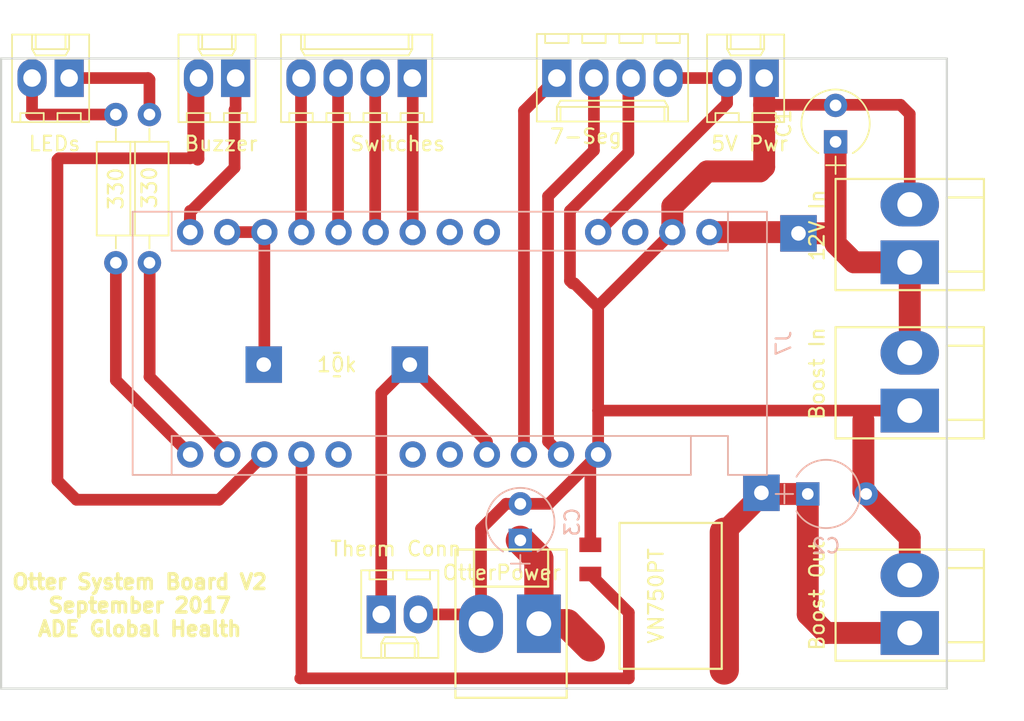
<source format=kicad_pcb>
(kicad_pcb (version 4) (host pcbnew 4.0.6)

  (general
    (links 40)
    (no_connects 7)
    (area 78.664999 82.2726 148.9824 131.80264)
    (thickness 1.6)
    (drawings 5)
    (tracks 121)
    (zones 0)
    (modules 20)
    (nets 20)
  )

  (page A4)
  (layers
    (0 F.Cu signal)
    (31 B.Cu signal)
    (32 B.Adhes user)
    (33 F.Adhes user)
    (34 B.Paste user)
    (35 F.Paste user)
    (36 B.SilkS user)
    (37 F.SilkS user)
    (38 B.Mask user)
    (39 F.Mask user)
    (40 Dwgs.User user)
    (41 Cmts.User user)
    (42 Eco1.User user)
    (43 Eco2.User user)
    (44 Edge.Cuts user)
    (45 Margin user)
    (46 B.CrtYd user)
    (47 F.CrtYd user)
    (48 B.Fab user)
    (49 F.Fab user)
  )

  (setup
    (last_trace_width 0.8)
    (user_trace_width 0.8)
    (user_trace_width 1.5)
    (user_trace_width 2)
    (trace_clearance 0.1524)
    (zone_clearance 0.508)
    (zone_45_only no)
    (trace_min 0.1524)
    (segment_width 0.2)
    (edge_width 0.15)
    (via_size 0.6)
    (via_drill 0.4)
    (via_min_size 0.4)
    (via_min_drill 0.3)
    (uvia_size 0.3)
    (uvia_drill 0.1)
    (uvias_allowed no)
    (uvia_min_size 0.2)
    (uvia_min_drill 0.1)
    (pcb_text_width 0.3)
    (pcb_text_size 1.5 1.5)
    (mod_edge_width 0.15)
    (mod_text_size 1 1)
    (mod_text_width 0.15)
    (pad_size 1.8 1.8)
    (pad_drill 1)
    (pad_to_mask_clearance 0.2)
    (aux_axis_origin 0 0)
    (grid_origin 125.73 116.84)
    (visible_elements 7FFFF7FF)
    (pcbplotparams
      (layerselection 0x010f0_80000001)
      (usegerberextensions true)
      (excludeedgelayer true)
      (linewidth 0.100000)
      (plotframeref false)
      (viasonmask false)
      (mode 1)
      (useauxorigin false)
      (hpglpennumber 1)
      (hpglpenspeed 20)
      (hpglpendiameter 15)
      (hpglpenoverlay 2)
      (psnegative false)
      (psa4output false)
      (plotreference true)
      (plotvalue true)
      (plotinvisibletext false)
      (padsonsilk false)
      (subtractmaskfromsilk false)
      (outputformat 1)
      (mirror false)
      (drillshape 0)
      (scaleselection 1)
      (outputdirectory OtterSystemBoard_CompactFiles/gerber/))
  )

  (net 0 "")
  (net 1 GND)
  (net 2 "Net-(J7-PadA1)")
  (net 3 "Net-(J4-Pad1)")
  (net 4 "Net-(J4-Pad2)")
  (net 5 "Net-(J7-PadA3)")
  (net 6 +24V)
  (net 7 "Net-(J6-Pad1)")
  (net 8 "Net-(J7-PadA0)")
  (net 9 "Net-(J10-Pad1)")
  (net 10 "Net-(J7-PadA2)")
  (net 11 "Net-(J10-Pad2)")
  (net 12 "Net-(J7-PadD11)")
  (net 13 "Net-(J7-PadD12)")
  (net 14 "Net-(J7-Pad3.3V)")
  (net 15 +5V)
  (net 16 "Net-(J7-PadD4)")
  (net 17 "Net-(J7-PadA5)")
  (net 18 "Net-(C1-Pad1)")
  (net 19 +12V)

  (net_class Default "This is the default net class."
    (clearance 0.1524)
    (trace_width 0.1524)
    (via_dia 0.6)
    (via_drill 0.4)
    (uvia_dia 0.3)
    (uvia_drill 0.1)
    (add_net +12V)
    (add_net +24V)
    (add_net +5V)
    (add_net GND)
    (add_net "Net-(C1-Pad1)")
    (add_net "Net-(J10-Pad1)")
    (add_net "Net-(J10-Pad2)")
    (add_net "Net-(J4-Pad1)")
    (add_net "Net-(J4-Pad2)")
    (add_net "Net-(J6-Pad1)")
    (add_net "Net-(J7-Pad3.3V)")
    (add_net "Net-(J7-PadA0)")
    (add_net "Net-(J7-PadA1)")
    (add_net "Net-(J7-PadA2)")
    (add_net "Net-(J7-PadA3)")
    (add_net "Net-(J7-PadA5)")
    (add_net "Net-(J7-PadD11)")
    (add_net "Net-(J7-PadD12)")
    (add_net "Net-(J7-PadD4)")
  )

  (net_class +12V ""
    (clearance 0)
    (trace_width 1.5)
    (via_dia 0.6)
    (via_drill 0.4)
    (uvia_dia 0.3)
    (uvia_drill 0.1)
  )

  (net_class +24V ""
    (clearance 0)
    (trace_width 1.5)
    (via_dia 0.6)
    (via_drill 0.4)
    (uvia_dia 0.3)
    (uvia_drill 0.1)
  )

  (module Modules:Arduino_Nano (layer B.Cu) (tedit 59C55B30) (tstamp 59931A9B)
    (at 127.25 113.5 90)
    (descr "Arduino Nano, http://www.mouser.com/pdfdocs/Gravitech_Arduino_Nano3_0.pdf")
    (tags "Arduino Nano")
    (path /5991E2A5)
    (fp_text reference J7 (at 7.62 5.08 90) (layer B.SilkS)
      (effects (font (size 1 1) (thickness 0.15)) (justify mirror))
    )
    (fp_text value "Arduino Micro" (at 8.89 -19.05 360) (layer B.Fab)
      (effects (font (size 1 1) (thickness 0.15)) (justify mirror))
    )
    (fp_text user %R (at 6.35 -19.05 360) (layer B.Fab)
      (effects (font (size 1 1) (thickness 0.15)) (justify mirror))
    )
    (fp_line (start 1.27 -1.27) (end 1.27 1.27) (layer B.SilkS) (width 0.12))
    (fp_line (start 1.27 1.27) (end -1.4 1.27) (layer B.SilkS) (width 0.12))
    (fp_line (start -1.4 -1.27) (end -1.4 -39.5) (layer B.SilkS) (width 0.12))
    (fp_line (start -1.4 3.94) (end -1.4 1.27) (layer B.SilkS) (width 0.12))
    (fp_line (start 13.97 1.27) (end 16.64 1.27) (layer B.SilkS) (width 0.12))
    (fp_line (start 13.97 1.27) (end 13.97 -36.83) (layer B.SilkS) (width 0.12))
    (fp_line (start 13.97 -36.83) (end 16.64 -36.83) (layer B.SilkS) (width 0.12))
    (fp_line (start 1.27 -1.27) (end -1.4 -1.27) (layer B.SilkS) (width 0.12))
    (fp_line (start 1.27 -1.27) (end 1.27 -36.83) (layer B.SilkS) (width 0.12))
    (fp_line (start 1.27 -36.83) (end -1.4 -36.83) (layer B.SilkS) (width 0.12))
    (fp_line (start 3.81 -31.75) (end 11.43 -31.75) (layer B.Fab) (width 0.1))
    (fp_line (start 11.43 -31.75) (end 11.43 -41.91) (layer B.Fab) (width 0.1))
    (fp_line (start 11.43 -41.91) (end 3.81 -41.91) (layer B.Fab) (width 0.1))
    (fp_line (start 3.81 -41.91) (end 3.81 -31.75) (layer B.Fab) (width 0.1))
    (fp_line (start -1.4 -39.5) (end 16.64 -39.5) (layer B.SilkS) (width 0.12))
    (fp_line (start 16.64 -39.5) (end 16.64 3.94) (layer B.SilkS) (width 0.12))
    (fp_line (start 16.64 3.94) (end -1.4 3.94) (layer B.SilkS) (width 0.12))
    (fp_line (start 16.51 -39.37) (end -1.27 -39.37) (layer B.Fab) (width 0.1))
    (fp_line (start -1.27 -39.37) (end -1.27 2.54) (layer B.Fab) (width 0.1))
    (fp_line (start -1.27 2.54) (end 0 3.81) (layer B.Fab) (width 0.1))
    (fp_line (start 0 3.81) (end 16.51 3.81) (layer B.Fab) (width 0.1))
    (fp_line (start 16.51 3.81) (end 16.51 -39.37) (layer B.Fab) (width 0.1))
    (fp_line (start -1.53 4.06) (end 16.75 4.06) (layer B.CrtYd) (width 0.05))
    (fp_line (start -1.53 4.06) (end -1.53 -42.16) (layer B.CrtYd) (width 0.05))
    (fp_line (start 16.75 -42.16) (end 16.75 4.06) (layer B.CrtYd) (width 0.05))
    (fp_line (start 16.75 -42.16) (end -1.53 -42.16) (layer B.CrtYd) (width 0.05))
    (pad 3.3V thru_hole oval (at 15.24 -33.02 90) (size 1.8 1.8) (drill 1) (layers *.Cu *.Mask)
      (net 14 "Net-(J7-Pad3.3V)"))
    (pad AREF thru_hole oval (at 15.24 -30.48 90) (size 1.8 1.8) (drill 1) (layers *.Cu *.Mask)
      (net 14 "Net-(J7-Pad3.3V)"))
    (pad A0 thru_hole oval (at 15.24 -27.94 90) (size 1.8 1.8) (drill 1) (layers *.Cu *.Mask)
      (net 8 "Net-(J7-PadA0)"))
    (pad GND thru_hole oval (at 0 -7.62 90) (size 1.8 1.8) (drill 1) (layers *.Cu *.Mask)
      (net 1 GND))
    (pad A1 thru_hole oval (at 15.24 -25.4 90) (size 1.8 1.8) (drill 1) (layers *.Cu *.Mask)
      (net 2 "Net-(J7-PadA1)"))
    (pad SDA thru_hole oval (at 0 -10.16 90) (size 1.8 1.8) (drill 1) (layers *.Cu *.Mask)
      (net 9 "Net-(J10-Pad1)"))
    (pad A2 thru_hole oval (at 15.24 -22.86 90) (size 1.8 1.8) (drill 1) (layers *.Cu *.Mask)
      (net 10 "Net-(J7-PadA2)"))
    (pad SCL thru_hole oval (at 0 -12.7 90) (size 1.8 1.8) (drill 1) (layers *.Cu *.Mask)
      (net 11 "Net-(J10-Pad2)"))
    (pad A3 thru_hole oval (at 15.24 -20.32 90) (size 1.8 1.8) (drill 1) (layers *.Cu *.Mask)
      (net 5 "Net-(J7-PadA3)"))
    (pad D4 thru_hole oval (at 0 -15.24 90) (size 1.8 1.8) (drill 1) (layers *.Cu *.Mask)
      (net 7 "Net-(J6-Pad1)"))
    (pad A4 thru_hole oval (at 15.24 -17.78 90) (size 1.8 1.8) (drill 1) (layers *.Cu *.Mask)
      (net 7 "Net-(J6-Pad1)"))
    (pad D5 thru_hole oval (at 0 -17.78 90) (size 1.8 1.8) (drill 1) (layers *.Cu *.Mask))
    (pad A5 thru_hole oval (at 15.24 -15.24 90) (size 1.8 1.8) (drill 1) (layers *.Cu *.Mask)
      (net 17 "Net-(J7-PadA5)"))
    (pad D6 thru_hole oval (at 0 -20.32 90) (size 1.8 1.8) (drill 1) (layers *.Cu *.Mask))
    (pad D8 thru_hole oval (at 0 -25.4 90) (size 1.8 1.8) (drill 1) (layers *.Cu *.Mask))
    (pad 5v thru_hole oval (at 15.24 -7.62 90) (size 1.8 1.8) (drill 1) (layers *.Cu *.Mask))
    (pad D9 thru_hole oval (at 0 -27.94 90) (size 1.8 1.8) (drill 1) (layers *.Cu *.Mask)
      (net 18 "Net-(C1-Pad1)"))
    (pad RS thru_hole oval (at 15.24 -5.08 90) (size 1.8 1.8) (drill 1) (layers *.Cu *.Mask))
    (pad D10 thru_hole oval (at 0 -30.48 90) (size 1.8 1.8) (drill 1) (layers *.Cu *.Mask))
    (pad GND thru_hole oval (at 15.24 -2.54 90) (size 1.8 1.8) (drill 1) (layers *.Cu *.Mask)
      (net 1 GND))
    (pad D11 thru_hole oval (at 0 -33.02 90) (size 1.8 1.8) (drill 1) (layers *.Cu *.Mask)
      (net 12 "Net-(J7-PadD11)"))
    (pad Vin thru_hole oval (at 15.24 0 90) (size 1.8 1.8) (drill 1) (layers *.Cu *.Mask)
      (net 19 +12V))
    (pad D12 thru_hole oval (at 0 -35.56 90) (size 1.8 1.8) (drill 1) (layers *.Cu *.Mask)
      (net 13 "Net-(J7-PadD12)"))
    (pad D13 thru_hole oval (at 15.24 -35.56 90) (size 1.8 1.8) (drill 1) (layers *.Cu *.Mask))
  )

  (module Resistors_Universal:Resistor_SMD+THTuniversal_0805to1206_RM10_HandSoldering (layer F.Cu) (tedit 59C55E91) (tstamp 59A2C914)
    (at 130.81 111.125 90)
    (descr "Resistor, SMD and THT, universal, 0805 to 1206,RM10,  Hand soldering,")
    (tags "Resistor, SMD and THT, universal, 0805 to 1206, RM10, Hand soldering,")
    (path /5991FC7B)
    (fp_text reference "" (at -5 -2 90) (layer F.SilkS)
      (effects (font (size 1 1) (thickness 0.15)))
    )
    (fp_text value "" (at -0.39878 2.70116 90) (layer F.Fab)
      (effects (font (size 1 1) (thickness 0.15)))
    )
    (pad 1 thru_hole rect (at -5.00126 0 270) (size 2.5 2.5) (drill 1.00076) (layers *.Cu *.Mask)
      (net 6 +24V))
  )

  (module Resistors_Universal:Resistor_SMD+THTuniversal_0805to1206_RM10_HandSoldering (layer F.Cu) (tedit 59C55EA6) (tstamp 59A2C8B8)
    (at 133.35 93.345 90)
    (descr "Resistor, SMD and THT, universal, 0805 to 1206,RM10,  Hand soldering,")
    (tags "Resistor, SMD and THT, universal, 0805 to 1206, RM10, Hand soldering,")
    (path /5991FC7B)
    (fp_text reference "" (at -5 -2 90) (layer F.SilkS)
      (effects (font (size 1 1) (thickness 0.15)))
    )
    (fp_text value 50k (at -0.39878 2.70116 90) (layer F.Fab)
      (effects (font (size 1 1) (thickness 0.15)))
    )
    (pad 1 thru_hole rect (at -5.00126 0 270) (size 2.5 2.5) (drill 1.00076) (layers *.Cu *.Mask)
      (net 19 +12V))
  )

  (module Capacitors_THT:CP_Radial_Tantal_D4.5mm_P2.50mm (layer B.Cu) (tedit 59C54FAA) (tstamp 59931939)
    (at 133.985 116.205)
    (descr "CP, Radial_Tantal series, Radial, pin pitch=2.50mm, , diameter=4.5mm, Tantal Electrolytic Capacitor, http://cdn-reichelt.de/documents/datenblatt/B300/TANTAL-TB-Serie%23.pdf")
    (tags "CP Radial_Tantal series Radial pin pitch 2.50mm  diameter 4.5mm Tantal Electrolytic Capacitor")
    (path /5993144A)
    (fp_text reference C2 (at 1.25 3.56) (layer B.SilkS)
      (effects (font (size 1 1) (thickness 0.15)) (justify mirror))
    )
    (fp_text value CP1 (at 1.25 -3.56) (layer B.Fab)
      (effects (font (size 1 1) (thickness 0.15)) (justify mirror))
    )
    (fp_arc (start 1.25 0) (end -0.770693 1.18) (angle -119.4) (layer B.SilkS) (width 0.12))
    (fp_arc (start 1.25 0) (end -0.770693 -1.18) (angle 119.4) (layer B.SilkS) (width 0.12))
    (fp_arc (start 1.25 0) (end 3.270693 1.18) (angle -60.6) (layer B.SilkS) (width 0.12))
    (fp_circle (center 1.25 0) (end 3.5 0) (layer B.Fab) (width 0.1))
    (fp_line (start -2.2 0) (end -1 0) (layer B.Fab) (width 0.1))
    (fp_line (start -1.6 0.65) (end -1.6 -0.65) (layer B.Fab) (width 0.1))
    (fp_line (start -2.2 0) (end -1 0) (layer B.SilkS) (width 0.12))
    (fp_line (start -1.6 0.65) (end -1.6 -0.65) (layer B.SilkS) (width 0.12))
    (fp_line (start -1.35 2.6) (end -1.35 -2.6) (layer B.CrtYd) (width 0.05))
    (fp_line (start -1.35 -2.6) (end 3.85 -2.6) (layer B.CrtYd) (width 0.05))
    (fp_line (start 3.85 -2.6) (end 3.85 2.6) (layer B.CrtYd) (width 0.05))
    (fp_line (start 3.85 2.6) (end -1.35 2.6) (layer B.CrtYd) (width 0.05))
    (fp_text user %R (at 1.905 0) (layer B.Fab)
      (effects (font (size 1 1) (thickness 0.15)) (justify mirror))
    )
    (pad 1 thru_hole rect (at 0 0) (size 1.6 1.6) (drill 0.8) (layers *.Cu *.Mask)
      (net 6 +24V))
    (pad 2 thru_hole circle (at 4 0) (size 1.6 1.6) (drill 0.8) (layers *.Cu *.Mask)
      (net 1 GND))
    (model ${KISYS3DMOD}/Capacitors_THT.3dshapes/CP_Radial_Tantal_D4.5mm_P2.50mm.wrl
      (at (xyz 0 0 0))
      (scale (xyz 1 1 1))
      (rotate (xyz 0 0 0))
    )
  )

  (module MyFootprints:VN750PT (layer F.Cu) (tedit 59C55EE1) (tstamp 59931AE3)
    (at 125.095 123.19 270)
    (path /5991F16C)
    (fp_text reference VN750PT (at 0 1.5 270) (layer F.SilkS)
      (effects (font (size 1 1) (thickness 0.15)))
    )
    (fp_text value VN750PT (at 0 -0.54 270) (layer F.Fab)
      (effects (font (size 1 1) (thickness 0.15)))
    )
    (fp_line (start 5 4) (end 5 -3) (layer F.SilkS) (width 0.15))
    (fp_line (start 5 -3) (end -5 -3) (layer F.SilkS) (width 0.15))
    (fp_line (start -5 -3) (end -5 4) (layer F.SilkS) (width 0.15))
    (fp_line (start -5 4) (end 5 4) (layer F.SilkS) (width 0.15))
    (pad Vcc smd rect (at 0 -3 270) (size 10 1.25) (layers F.Cu F.Paste F.Mask)
      (net 6 +24V))
    (pad GND smd rect (at -3.5 6 270) (size 1 1.5) (layers F.Cu F.Paste F.Mask)
      (net 1 GND))
    (pad Inpu smd rect (at -1.5 6 270) (size 1 1.5) (layers F.Cu F.Paste F.Mask)
      (net 18 "Net-(C1-Pad1)"))
    (pad Vout smd rect (at 3.5 6 270) (size 1 1.5) (layers F.Cu F.Paste F.Mask)
      (net 6 +24V))
  )

  (module Resistors_Universal:Resistor_SMD+THTuniversal_0805to1206_RM10_HandSoldering (layer F.Cu) (tedit 59C5600E) (tstamp 59931B19)
    (at 101.73 107.34 180)
    (descr "Resistor, SMD and THT, universal, 0805 to 1206,RM10,  Hand soldering,")
    (tags "Resistor, SMD and THT, universal, 0805 to 1206, RM10, Hand soldering,")
    (path /5991FC7B)
    (fp_text reference 10k (at 0 0 180) (layer F.SilkS)
      (effects (font (size 1 1) (thickness 0.15)))
    )
    (fp_text value "" (at 0.85 1.89 180) (layer F.Fab)
      (effects (font (size 1 1) (thickness 0.15)))
    )
    (fp_line (start 0 0.8001) (end 0.20066 0.8001) (layer F.SilkS) (width 0.15))
    (fp_line (start 0 0.8001) (end -0.20066 0.8001) (layer F.SilkS) (width 0.15))
    (fp_line (start -0.09906 -0.8001) (end -0.20066 -0.8001) (layer F.SilkS) (width 0.15))
    (fp_line (start -0.20066 -0.8001) (end 0.20066 -0.8001) (layer F.SilkS) (width 0.15))
    (pad 1 thru_hole rect (at -5.00126 0) (size 2.5 2.5) (drill 1.00076) (layers *.Cu *.Mask)
      (net 7 "Net-(J6-Pad1)"))
    (pad 2 thru_hole rect (at 5.00126 0) (size 2.5 2.5) (drill 1.00076) (layers *.Cu *.Mask)
      (net 14 "Net-(J7-Pad3.3V)"))
  )

  (module Connectors_Molex:Molex_KK-41791-02_02x3.96mm_Straight (layer F.Cu) (tedit 59C55E8C) (tstamp 59931A1D)
    (at 140.97 125.73 90)
    (descr "Connector Headers with Friction Lock, 26-60-4020, http://www.molex.com/pdm_docs/sd/026604020_sd.pdf")
    (tags "connector molex kk_41791 26-60-4020")
    (path /59920050)
    (fp_text reference "Boost Out" (at 2.54 -6.35 90) (layer F.SilkS)
      (effects (font (size 1 1) (thickness 0.15)))
    )
    (fp_text value "Boost-Converter Output" (at 3.175 6.985 90) (layer F.Fab)
      (effects (font (size 1 1) (thickness 0.15)))
    )
    (fp_line (start -2.5 -5.75) (end 6.25 -5.75) (layer F.CrtYd) (width 0.05))
    (fp_line (start 6.25 -5.75) (end 6.25 5.75) (layer F.CrtYd) (width 0.05))
    (fp_line (start 6.25 5.75) (end -2.5 5.75) (layer F.CrtYd) (width 0.05))
    (fp_line (start -2.5 5.75) (end -2.5 -5.75) (layer F.CrtYd) (width 0.05))
    (fp_text user %R (at 1.905 0 90) (layer F.Fab)
      (effects (font (size 1 1) (thickness 0.15)))
    )
    (fp_line (start -2.032 -5.207) (end 5.842 -5.207) (layer F.Fab) (width 0.15))
    (fp_line (start 5.842 -5.207) (end 5.842 5.207) (layer F.Fab) (width 0.15))
    (fp_line (start 5.842 5.207) (end -2.032 5.207) (layer F.Fab) (width 0.15))
    (fp_line (start -2.032 5.207) (end -2.032 -5.207) (layer F.Fab) (width 0.15))
    (fp_line (start -0.635 5.08) (end -0.635 2.54) (layer F.SilkS) (width 0.15))
    (fp_line (start -0.635 2.54) (end 4.445 2.54) (layer F.SilkS) (width 0.15))
    (fp_line (start 4.445 2.54) (end 4.445 5.08) (layer F.SilkS) (width 0.15))
    (fp_line (start 5.715 5.08) (end -1.905 5.08) (layer F.SilkS) (width 0.15))
    (fp_line (start -1.905 5.08) (end -1.905 -5.08) (layer F.SilkS) (width 0.15))
    (fp_line (start -1.905 -5.08) (end 5.715 -5.08) (layer F.SilkS) (width 0.15))
    (fp_line (start 5.715 -5.08) (end 5.715 5.08) (layer F.SilkS) (width 0.15))
    (pad 1 thru_hole rect (at 0 0 90) (size 3 4) (drill 1.7) (layers *.Cu *.Mask)
      (net 6 +24V))
    (pad 2 thru_hole oval (at 3.9624 0 90) (size 3 4) (drill 1.7) (layers *.Cu *.Mask)
      (net 1 GND))
  )

  (module Connectors_Molex:Molex_KK-41791-02_02x3.96mm_Straight (layer F.Cu) (tedit 59C55F11) (tstamp 59931A33)
    (at 115.57 125.095 180)
    (descr "Connector Headers with Friction Lock, 26-60-4020, http://www.molex.com/pdm_docs/sd/026604020_sd.pdf")
    (tags "connector molex kk_41791 26-60-4020")
    (path /59920556)
    (fp_text reference OtterPower (at 2.54 3.5 180) (layer F.SilkS)
      (effects (font (size 1 1) (thickness 0.15)))
    )
    (fp_text value OtterPower (at 3.175 6.985 180) (layer F.Fab)
      (effects (font (size 1 1) (thickness 0.15)))
    )
    (fp_line (start -2.5 -5.75) (end 6.25 -5.75) (layer F.CrtYd) (width 0.05))
    (fp_line (start 6.25 -5.75) (end 6.25 5.75) (layer F.CrtYd) (width 0.05))
    (fp_line (start 6.25 5.75) (end -2.5 5.75) (layer F.CrtYd) (width 0.05))
    (fp_line (start -2.5 5.75) (end -2.5 -5.75) (layer F.CrtYd) (width 0.05))
    (fp_text user %R (at 1.905 0 180) (layer F.Fab)
      (effects (font (size 1 1) (thickness 0.15)))
    )
    (fp_line (start -2.032 -5.207) (end 5.842 -5.207) (layer F.Fab) (width 0.15))
    (fp_line (start 5.842 -5.207) (end 5.842 5.207) (layer F.Fab) (width 0.15))
    (fp_line (start 5.842 5.207) (end -2.032 5.207) (layer F.Fab) (width 0.15))
    (fp_line (start -2.032 5.207) (end -2.032 -5.207) (layer F.Fab) (width 0.15))
    (fp_line (start -0.635 5.08) (end -0.635 2.54) (layer F.SilkS) (width 0.15))
    (fp_line (start -0.635 2.54) (end 4.445 2.54) (layer F.SilkS) (width 0.15))
    (fp_line (start 4.445 2.54) (end 4.445 5.08) (layer F.SilkS) (width 0.15))
    (fp_line (start 5.715 5.08) (end -1.905 5.08) (layer F.SilkS) (width 0.15))
    (fp_line (start -1.905 5.08) (end -1.905 -5.08) (layer F.SilkS) (width 0.15))
    (fp_line (start -1.905 -5.08) (end 5.715 -5.08) (layer F.SilkS) (width 0.15))
    (fp_line (start 5.715 -5.08) (end 5.715 5.08) (layer F.SilkS) (width 0.15))
    (pad 1 thru_hole rect (at 0 0 180) (size 3 4) (drill 1.7) (layers *.Cu *.Mask)
      (net 6 +24V))
    (pad 2 thru_hole oval (at 3.9624 0 180) (size 3 4) (drill 1.7) (layers *.Cu *.Mask)
      (net 1 GND))
  )

  (module Capacitors_THT:CP_Radial_Tantal_D4.5mm_P2.50mm (layer B.Cu) (tedit 59972632) (tstamp 59931A07)
    (at 114.3 119.38 90)
    (descr "CP, Radial_Tantal series, Radial, pin pitch=2.50mm, , diameter=4.5mm, Tantal Electrolytic Capacitor, http://cdn-reichelt.de/documents/datenblatt/B300/TANTAL-TB-Serie%23.pdf")
    (tags "CP Radial_Tantal series Radial pin pitch 2.50mm  diameter 4.5mm Tantal Electrolytic Capacitor")
    (path /5993157A)
    (fp_text reference C3 (at 1.25 3.56 90) (layer B.SilkS)
      (effects (font (size 1 1) (thickness 0.15)) (justify mirror))
    )
    (fp_text value CP1 (at 1.25 -3.56 90) (layer B.Fab)
      (effects (font (size 1 1) (thickness 0.15)) (justify mirror))
    )
    (fp_arc (start 1.25 0) (end -0.770693 1.18) (angle -119.4) (layer B.SilkS) (width 0.12))
    (fp_arc (start 1.25 0) (end -0.770693 -1.18) (angle 119.4) (layer B.SilkS) (width 0.12))
    (fp_arc (start 1.25 0) (end 3.270693 1.18) (angle -60.6) (layer B.SilkS) (width 0.12))
    (fp_circle (center 1.25 0) (end 3.5 0) (layer B.Fab) (width 0.1))
    (fp_line (start -2.2 0) (end -1 0) (layer B.Fab) (width 0.1))
    (fp_line (start -1.6 0.65) (end -1.6 -0.65) (layer B.Fab) (width 0.1))
    (fp_line (start -2.2 0) (end -1 0) (layer B.SilkS) (width 0.12))
    (fp_line (start -1.6 0.65) (end -1.6 -0.65) (layer B.SilkS) (width 0.12))
    (fp_line (start -1.35 2.6) (end -1.35 -2.6) (layer B.CrtYd) (width 0.05))
    (fp_line (start -1.35 -2.6) (end 3.85 -2.6) (layer B.CrtYd) (width 0.05))
    (fp_line (start 3.85 -2.6) (end 3.85 2.6) (layer B.CrtYd) (width 0.05))
    (fp_line (start 3.85 2.6) (end -1.35 2.6) (layer B.CrtYd) (width 0.05))
    (fp_text user %R (at 1.25 0 90) (layer B.Fab)
      (effects (font (size 1 1) (thickness 0.15)) (justify mirror))
    )
    (pad + thru_hole rect (at 0 0 90) (size 1.6 1.6) (drill 0.8) (layers *.Cu *.Mask)
      (net 6 +24V))
    (pad 2 thru_hole circle (at 2.5 0 90) (size 1.6 1.6) (drill 0.8) (layers *.Cu *.Mask)
      (net 1 GND))
    (model ${KISYS3DMOD}/Capacitors_THT.3dshapes/CP_Radial_Tantal_D4.5mm_P2.50mm.wrl
      (at (xyz 0 0 0))
      (scale (xyz 1 1 1))
      (rotate (xyz 0 0 0))
    )
  )

  (module Connectors_Molex:Molex_KK-6410-02_02x2.54mm_Straight (layer F.Cu) (tedit 59C55D48) (tstamp 599346AB)
    (at 131 87.7 180)
    (descr "Connector Headers with Friction Lock, 22-27-2021, http://www.molex.com/pdm_docs/sd/022272021_sd.pdf")
    (tags "connector molex kk_6410 22-27-2021")
    (path /59936CE5)
    (fp_text reference "5V Pwr" (at 1 -4.5 180) (layer F.SilkS)
      (effects (font (size 1 1) (thickness 0.15)))
    )
    (fp_text value "GND 5V Connector" (at 1.27 4.5 180) (layer F.Fab)
      (effects (font (size 1 1) (thickness 0.15)))
    )
    (fp_line (start -1.47 -3.12) (end -1.47 3.08) (layer F.Fab) (width 0.12))
    (fp_line (start -1.47 3.08) (end 4.01 3.08) (layer F.Fab) (width 0.12))
    (fp_line (start 4.01 3.08) (end 4.01 -3.12) (layer F.Fab) (width 0.12))
    (fp_line (start 4.01 -3.12) (end -1.47 -3.12) (layer F.Fab) (width 0.12))
    (fp_line (start -1.37 -3.02) (end -1.37 2.98) (layer F.SilkS) (width 0.12))
    (fp_line (start -1.37 2.98) (end 3.91 2.98) (layer F.SilkS) (width 0.12))
    (fp_line (start 3.91 2.98) (end 3.91 -3.02) (layer F.SilkS) (width 0.12))
    (fp_line (start 3.91 -3.02) (end -1.37 -3.02) (layer F.SilkS) (width 0.12))
    (fp_line (start 0 2.98) (end 0 1.98) (layer F.SilkS) (width 0.12))
    (fp_line (start 0 1.98) (end 2.54 1.98) (layer F.SilkS) (width 0.12))
    (fp_line (start 2.54 1.98) (end 2.54 2.98) (layer F.SilkS) (width 0.12))
    (fp_line (start 0 1.98) (end 0.25 1.55) (layer F.SilkS) (width 0.12))
    (fp_line (start 0.25 1.55) (end 2.29 1.55) (layer F.SilkS) (width 0.12))
    (fp_line (start 2.29 1.55) (end 2.54 1.98) (layer F.SilkS) (width 0.12))
    (fp_line (start 0.25 2.98) (end 0.25 1.98) (layer F.SilkS) (width 0.12))
    (fp_line (start 2.29 2.98) (end 2.29 1.98) (layer F.SilkS) (width 0.12))
    (fp_line (start -0.8 -3.02) (end -0.8 -2.4) (layer F.SilkS) (width 0.12))
    (fp_line (start -0.8 -2.4) (end 0.8 -2.4) (layer F.SilkS) (width 0.12))
    (fp_line (start 0.8 -2.4) (end 0.8 -3.02) (layer F.SilkS) (width 0.12))
    (fp_line (start 1.74 -3.02) (end 1.74 -2.4) (layer F.SilkS) (width 0.12))
    (fp_line (start 1.74 -2.4) (end 3.34 -2.4) (layer F.SilkS) (width 0.12))
    (fp_line (start 3.34 -2.4) (end 3.34 -3.02) (layer F.SilkS) (width 0.12))
    (fp_line (start -1.9 3.5) (end -1.9 -3.55) (layer F.CrtYd) (width 0.05))
    (fp_line (start -1.9 -3.55) (end 4.45 -3.55) (layer F.CrtYd) (width 0.05))
    (fp_line (start 4.45 -3.55) (end 4.45 3.5) (layer F.CrtYd) (width 0.05))
    (fp_line (start 4.45 3.5) (end -1.9 3.5) (layer F.CrtYd) (width 0.05))
    (fp_text user %R (at 1.27 0 180) (layer F.Fab)
      (effects (font (size 1 1) (thickness 0.15)))
    )
    (pad 1 thru_hole rect (at 0 0 180) (size 2 2.6) (drill 1.2) (layers *.Cu *.Mask)
      (net 1 GND))
    (pad 2 thru_hole oval (at 2.54 0 180) (size 2 2.6) (drill 1.2) (layers *.Cu *.Mask)
      (net 15 +5V))
    (model ${KISYS3DMOD}/Connectors_Molex.3dshapes/Molex_KK-6410-02_02x2.54mm_Straight.wrl
      (at (xyz 0 0 0))
      (scale (xyz 1 1 1))
      (rotate (xyz 0 0 0))
    )
  )

  (module Connectors_Molex:Molex_KK-6410-04_04x2.54mm_Straight (layer F.Cu) (tedit 59C55F31) (tstamp 599346DC)
    (at 116.8 87.7)
    (descr "Connector Headers with Friction Lock, 22-27-2041, http://www.molex.com/pdm_docs/sd/022272021_sd.pdf")
    (tags "connector molex kk_6410 22-27-2041")
    (path /599249A4)
    (fp_text reference 7-Seg (at 2 4) (layer F.SilkS)
      (effects (font (size 1 1) (thickness 0.15)))
    )
    (fp_text value 7-Seg (at 3.81 4.5) (layer F.Fab)
      (effects (font (size 1 1) (thickness 0.15)))
    )
    (fp_line (start -1.47 -3.12) (end -1.47 3.08) (layer F.Fab) (width 0.12))
    (fp_line (start -1.47 3.08) (end 9.09 3.08) (layer F.Fab) (width 0.12))
    (fp_line (start 9.09 3.08) (end 9.09 -3.12) (layer F.Fab) (width 0.12))
    (fp_line (start 9.09 -3.12) (end -1.47 -3.12) (layer F.Fab) (width 0.12))
    (fp_line (start -1.37 -3.02) (end -1.37 2.98) (layer F.SilkS) (width 0.12))
    (fp_line (start -1.37 2.98) (end 8.99 2.98) (layer F.SilkS) (width 0.12))
    (fp_line (start 8.99 2.98) (end 8.99 -3.02) (layer F.SilkS) (width 0.12))
    (fp_line (start 8.99 -3.02) (end -1.37 -3.02) (layer F.SilkS) (width 0.12))
    (fp_line (start 0 2.98) (end 0 1.98) (layer F.SilkS) (width 0.12))
    (fp_line (start 0 1.98) (end 7.62 1.98) (layer F.SilkS) (width 0.12))
    (fp_line (start 7.62 1.98) (end 7.62 2.98) (layer F.SilkS) (width 0.12))
    (fp_line (start 0 1.98) (end 0.25 1.55) (layer F.SilkS) (width 0.12))
    (fp_line (start 0.25 1.55) (end 7.37 1.55) (layer F.SilkS) (width 0.12))
    (fp_line (start 7.37 1.55) (end 7.62 1.98) (layer F.SilkS) (width 0.12))
    (fp_line (start 0.25 2.98) (end 0.25 1.98) (layer F.SilkS) (width 0.12))
    (fp_line (start 7.37 2.98) (end 7.37 1.98) (layer F.SilkS) (width 0.12))
    (fp_line (start -0.8 -3.02) (end -0.8 -2.4) (layer F.SilkS) (width 0.12))
    (fp_line (start -0.8 -2.4) (end 0.8 -2.4) (layer F.SilkS) (width 0.12))
    (fp_line (start 0.8 -2.4) (end 0.8 -3.02) (layer F.SilkS) (width 0.12))
    (fp_line (start 1.74 -3.02) (end 1.74 -2.4) (layer F.SilkS) (width 0.12))
    (fp_line (start 1.74 -2.4) (end 3.34 -2.4) (layer F.SilkS) (width 0.12))
    (fp_line (start 3.34 -2.4) (end 3.34 -3.02) (layer F.SilkS) (width 0.12))
    (fp_line (start 4.28 -3.02) (end 4.28 -2.4) (layer F.SilkS) (width 0.12))
    (fp_line (start 4.28 -2.4) (end 5.88 -2.4) (layer F.SilkS) (width 0.12))
    (fp_line (start 5.88 -2.4) (end 5.88 -3.02) (layer F.SilkS) (width 0.12))
    (fp_line (start 6.82 -3.02) (end 6.82 -2.4) (layer F.SilkS) (width 0.12))
    (fp_line (start 6.82 -2.4) (end 8.42 -2.4) (layer F.SilkS) (width 0.12))
    (fp_line (start 8.42 -2.4) (end 8.42 -3.02) (layer F.SilkS) (width 0.12))
    (fp_line (start -1.9 3.5) (end -1.9 -3.55) (layer F.CrtYd) (width 0.05))
    (fp_line (start -1.9 -3.55) (end 9.5 -3.55) (layer F.CrtYd) (width 0.05))
    (fp_line (start 9.5 -3.55) (end 9.5 3.5) (layer F.CrtYd) (width 0.05))
    (fp_line (start 9.5 3.5) (end -1.9 3.5) (layer F.CrtYd) (width 0.05))
    (fp_text user %R (at 3.81 0) (layer F.Fab)
      (effects (font (size 1 1) (thickness 0.15)))
    )
    (pad 1 thru_hole rect (at 0 0) (size 2 2.6) (drill 1.2) (layers *.Cu *.Mask)
      (net 9 "Net-(J10-Pad1)"))
    (pad 2 thru_hole oval (at 2.54 0) (size 2 2.6) (drill 1.2) (layers *.Cu *.Mask)
      (net 11 "Net-(J10-Pad2)"))
    (pad 3 thru_hole oval (at 5.08 0) (size 2 2.6) (drill 1.2) (layers *.Cu *.Mask)
      (net 1 GND))
    (pad 4 thru_hole oval (at 7.62 0) (size 2 2.6) (drill 1.2) (layers *.Cu *.Mask)
      (net 15 +5V))
    (model ${KISYS3DMOD}/Connectors_Molex.3dshapes/Molex_KK-6410-04_04x2.54mm_Straight.wrl
      (at (xyz 0 0 0))
      (scale (xyz 1 1 1))
      (rotate (xyz 0 0 0))
    )
  )

  (module Connectors_Molex:Molex_KK-6410-04_04x2.54mm_Straight (layer F.Cu) (tedit 59C55D2A) (tstamp 59931AD1)
    (at 106.9 87.7 180)
    (descr "Connector Headers with Friction Lock, 22-27-2041, http://www.molex.com/pdm_docs/sd/022272021_sd.pdf")
    (tags "connector molex kk_6410 22-27-2041")
    (path /59922939)
    (fp_text reference Switches (at 1 -4.5 180) (layer F.SilkS)
      (effects (font (size 1 1) (thickness 0.15)))
    )
    (fp_text value "Dome Switches" (at 3.81 4.5 180) (layer F.Fab)
      (effects (font (size 1 1) (thickness 0.15)))
    )
    (fp_line (start -1.47 -3.12) (end -1.47 3.08) (layer F.Fab) (width 0.12))
    (fp_line (start -1.47 3.08) (end 9.09 3.08) (layer F.Fab) (width 0.12))
    (fp_line (start 9.09 3.08) (end 9.09 -3.12) (layer F.Fab) (width 0.12))
    (fp_line (start 9.09 -3.12) (end -1.47 -3.12) (layer F.Fab) (width 0.12))
    (fp_line (start -1.37 -3.02) (end -1.37 2.98) (layer F.SilkS) (width 0.12))
    (fp_line (start -1.37 2.98) (end 8.99 2.98) (layer F.SilkS) (width 0.12))
    (fp_line (start 8.99 2.98) (end 8.99 -3.02) (layer F.SilkS) (width 0.12))
    (fp_line (start 8.99 -3.02) (end -1.37 -3.02) (layer F.SilkS) (width 0.12))
    (fp_line (start 0 2.98) (end 0 1.98) (layer F.SilkS) (width 0.12))
    (fp_line (start 0 1.98) (end 7.62 1.98) (layer F.SilkS) (width 0.12))
    (fp_line (start 7.62 1.98) (end 7.62 2.98) (layer F.SilkS) (width 0.12))
    (fp_line (start 0 1.98) (end 0.25 1.55) (layer F.SilkS) (width 0.12))
    (fp_line (start 0.25 1.55) (end 7.37 1.55) (layer F.SilkS) (width 0.12))
    (fp_line (start 7.37 1.55) (end 7.62 1.98) (layer F.SilkS) (width 0.12))
    (fp_line (start 0.25 2.98) (end 0.25 1.98) (layer F.SilkS) (width 0.12))
    (fp_line (start 7.37 2.98) (end 7.37 1.98) (layer F.SilkS) (width 0.12))
    (fp_line (start -0.8 -3.02) (end -0.8 -2.4) (layer F.SilkS) (width 0.12))
    (fp_line (start -0.8 -2.4) (end 0.8 -2.4) (layer F.SilkS) (width 0.12))
    (fp_line (start 0.8 -2.4) (end 0.8 -3.02) (layer F.SilkS) (width 0.12))
    (fp_line (start 1.74 -3.02) (end 1.74 -2.4) (layer F.SilkS) (width 0.12))
    (fp_line (start 1.74 -2.4) (end 3.34 -2.4) (layer F.SilkS) (width 0.12))
    (fp_line (start 3.34 -2.4) (end 3.34 -3.02) (layer F.SilkS) (width 0.12))
    (fp_line (start 4.28 -3.02) (end 4.28 -2.4) (layer F.SilkS) (width 0.12))
    (fp_line (start 4.28 -2.4) (end 5.88 -2.4) (layer F.SilkS) (width 0.12))
    (fp_line (start 5.88 -2.4) (end 5.88 -3.02) (layer F.SilkS) (width 0.12))
    (fp_line (start 6.82 -3.02) (end 6.82 -2.4) (layer F.SilkS) (width 0.12))
    (fp_line (start 6.82 -2.4) (end 8.42 -2.4) (layer F.SilkS) (width 0.12))
    (fp_line (start 8.42 -2.4) (end 8.42 -3.02) (layer F.SilkS) (width 0.12))
    (fp_line (start -1.9 3.5) (end -1.9 -3.55) (layer F.CrtYd) (width 0.05))
    (fp_line (start -1.9 -3.55) (end 9.5 -3.55) (layer F.CrtYd) (width 0.05))
    (fp_line (start 9.5 -3.55) (end 9.5 3.5) (layer F.CrtYd) (width 0.05))
    (fp_line (start 9.5 3.5) (end -1.9 3.5) (layer F.CrtYd) (width 0.05))
    (fp_text user %R (at 3.81 0 180) (layer F.Fab)
      (effects (font (size 1 1) (thickness 0.15)))
    )
    (pad 1 thru_hole rect (at 0 0 180) (size 2 2.6) (drill 1.2) (layers *.Cu *.Mask)
      (net 5 "Net-(J7-PadA3)"))
    (pad 2 thru_hole oval (at 2.54 0 180) (size 2 2.6) (drill 1.2) (layers *.Cu *.Mask)
      (net 10 "Net-(J7-PadA2)"))
    (pad 3 thru_hole oval (at 5.08 0 180) (size 2 2.6) (drill 1.2) (layers *.Cu *.Mask)
      (net 2 "Net-(J7-PadA1)"))
    (pad 4 thru_hole oval (at 7.62 0 180) (size 2 2.6) (drill 1.2) (layers *.Cu *.Mask)
      (net 8 "Net-(J7-PadA0)"))
    (model ${KISYS3DMOD}/Connectors_Molex.3dshapes/Molex_KK-6410-04_04x2.54mm_Straight.wrl
      (at (xyz 0 0 0))
      (scale (xyz 1 1 1))
      (rotate (xyz 0 0 0))
    )
  )

  (module Connectors_Molex:Molex_KK-6410-02_02x2.54mm_Straight (layer F.Cu) (tedit 59C55D15) (tstamp 59957DC8)
    (at 94.8 87.7 180)
    (descr "Connector Headers with Friction Lock, 22-27-2021, http://www.molex.com/pdm_docs/sd/022272021_sd.pdf")
    (tags "connector molex kk_6410 22-27-2021")
    (path /599471D6)
    (fp_text reference Buzzer (at 1 -4.5 180) (layer F.SilkS)
      (effects (font (size 1 1) (thickness 0.15)))
    )
    (fp_text value "Buzzer Connector" (at 1.27 4.5 180) (layer F.Fab)
      (effects (font (size 1 1) (thickness 0.15)))
    )
    (fp_line (start -1.47 -3.12) (end -1.47 3.08) (layer F.Fab) (width 0.12))
    (fp_line (start -1.47 3.08) (end 4.01 3.08) (layer F.Fab) (width 0.12))
    (fp_line (start 4.01 3.08) (end 4.01 -3.12) (layer F.Fab) (width 0.12))
    (fp_line (start 4.01 -3.12) (end -1.47 -3.12) (layer F.Fab) (width 0.12))
    (fp_line (start -1.37 -3.02) (end -1.37 2.98) (layer F.SilkS) (width 0.12))
    (fp_line (start -1.37 2.98) (end 3.91 2.98) (layer F.SilkS) (width 0.12))
    (fp_line (start 3.91 2.98) (end 3.91 -3.02) (layer F.SilkS) (width 0.12))
    (fp_line (start 3.91 -3.02) (end -1.37 -3.02) (layer F.SilkS) (width 0.12))
    (fp_line (start 0 2.98) (end 0 1.98) (layer F.SilkS) (width 0.12))
    (fp_line (start 0 1.98) (end 2.54 1.98) (layer F.SilkS) (width 0.12))
    (fp_line (start 2.54 1.98) (end 2.54 2.98) (layer F.SilkS) (width 0.12))
    (fp_line (start 0 1.98) (end 0.25 1.55) (layer F.SilkS) (width 0.12))
    (fp_line (start 0.25 1.55) (end 2.29 1.55) (layer F.SilkS) (width 0.12))
    (fp_line (start 2.29 1.55) (end 2.54 1.98) (layer F.SilkS) (width 0.12))
    (fp_line (start 0.25 2.98) (end 0.25 1.98) (layer F.SilkS) (width 0.12))
    (fp_line (start 2.29 2.98) (end 2.29 1.98) (layer F.SilkS) (width 0.12))
    (fp_line (start -0.8 -3.02) (end -0.8 -2.4) (layer F.SilkS) (width 0.12))
    (fp_line (start -0.8 -2.4) (end 0.8 -2.4) (layer F.SilkS) (width 0.12))
    (fp_line (start 0.8 -2.4) (end 0.8 -3.02) (layer F.SilkS) (width 0.12))
    (fp_line (start 1.74 -3.02) (end 1.74 -2.4) (layer F.SilkS) (width 0.12))
    (fp_line (start 1.74 -2.4) (end 3.34 -2.4) (layer F.SilkS) (width 0.12))
    (fp_line (start 3.34 -2.4) (end 3.34 -3.02) (layer F.SilkS) (width 0.12))
    (fp_line (start -1.9 3.5) (end -1.9 -3.55) (layer F.CrtYd) (width 0.05))
    (fp_line (start -1.9 -3.55) (end 4.45 -3.55) (layer F.CrtYd) (width 0.05))
    (fp_line (start 4.45 -3.55) (end 4.45 3.5) (layer F.CrtYd) (width 0.05))
    (fp_line (start 4.45 3.5) (end -1.9 3.5) (layer F.CrtYd) (width 0.05))
    (fp_text user %R (at 1.27 0 180) (layer F.Fab)
      (effects (font (size 1 1) (thickness 0.15)))
    )
    (pad 1 thru_hole rect (at 0 0 180) (size 2 2.6) (drill 1.2) (layers *.Cu *.Mask)
      (net 17 "Net-(J7-PadA5)"))
    (pad 2 thru_hole oval (at 2.54 0 180) (size 2 2.6) (drill 1.2) (layers *.Cu *.Mask)
      (net 16 "Net-(J7-PadD4)"))
    (model ${KISYS3DMOD}/Connectors_Molex.3dshapes/Molex_KK-6410-02_02x2.54mm_Straight.wrl
      (at (xyz 0 0 0))
      (scale (xyz 1 1 1))
      (rotate (xyz 0 0 0))
    )
  )

  (module Connectors_Molex:Molex_KK-6410-02_02x2.54mm_Straight (layer F.Cu) (tedit 59C55D1C) (tstamp 59933DD9)
    (at 83.4 87.7 180)
    (descr "Connector Headers with Friction Lock, 22-27-2021, http://www.molex.com/pdm_docs/sd/022272021_sd.pdf")
    (tags "connector molex kk_6410 22-27-2021")
    (path /59923B14)
    (fp_text reference LEDs (at 1 -4.5 180) (layer F.SilkS)
      (effects (font (size 1 1) (thickness 0.15)))
    )
    (fp_text value LEDS (at 1.27 4.5 180) (layer F.Fab)
      (effects (font (size 1 1) (thickness 0.15)))
    )
    (fp_line (start -1.47 -3.12) (end -1.47 3.08) (layer F.Fab) (width 0.12))
    (fp_line (start -1.47 3.08) (end 4.01 3.08) (layer F.Fab) (width 0.12))
    (fp_line (start 4.01 3.08) (end 4.01 -3.12) (layer F.Fab) (width 0.12))
    (fp_line (start 4.01 -3.12) (end -1.47 -3.12) (layer F.Fab) (width 0.12))
    (fp_line (start -1.37 -3.02) (end -1.37 2.98) (layer F.SilkS) (width 0.12))
    (fp_line (start -1.37 2.98) (end 3.91 2.98) (layer F.SilkS) (width 0.12))
    (fp_line (start 3.91 2.98) (end 3.91 -3.02) (layer F.SilkS) (width 0.12))
    (fp_line (start 3.91 -3.02) (end -1.37 -3.02) (layer F.SilkS) (width 0.12))
    (fp_line (start 0 2.98) (end 0 1.98) (layer F.SilkS) (width 0.12))
    (fp_line (start 0 1.98) (end 2.54 1.98) (layer F.SilkS) (width 0.12))
    (fp_line (start 2.54 1.98) (end 2.54 2.98) (layer F.SilkS) (width 0.12))
    (fp_line (start 0 1.98) (end 0.25 1.55) (layer F.SilkS) (width 0.12))
    (fp_line (start 0.25 1.55) (end 2.29 1.55) (layer F.SilkS) (width 0.12))
    (fp_line (start 2.29 1.55) (end 2.54 1.98) (layer F.SilkS) (width 0.12))
    (fp_line (start 0.25 2.98) (end 0.25 1.98) (layer F.SilkS) (width 0.12))
    (fp_line (start 2.29 2.98) (end 2.29 1.98) (layer F.SilkS) (width 0.12))
    (fp_line (start -0.8 -3.02) (end -0.8 -2.4) (layer F.SilkS) (width 0.12))
    (fp_line (start -0.8 -2.4) (end 0.8 -2.4) (layer F.SilkS) (width 0.12))
    (fp_line (start 0.8 -2.4) (end 0.8 -3.02) (layer F.SilkS) (width 0.12))
    (fp_line (start 1.74 -3.02) (end 1.74 -2.4) (layer F.SilkS) (width 0.12))
    (fp_line (start 1.74 -2.4) (end 3.34 -2.4) (layer F.SilkS) (width 0.12))
    (fp_line (start 3.34 -2.4) (end 3.34 -3.02) (layer F.SilkS) (width 0.12))
    (fp_line (start -1.9 3.5) (end -1.9 -3.55) (layer F.CrtYd) (width 0.05))
    (fp_line (start -1.9 -3.55) (end 4.45 -3.55) (layer F.CrtYd) (width 0.05))
    (fp_line (start 4.45 -3.55) (end 4.45 3.5) (layer F.CrtYd) (width 0.05))
    (fp_line (start 4.45 3.5) (end -1.9 3.5) (layer F.CrtYd) (width 0.05))
    (fp_text user %R (at 1.27 0 180) (layer F.Fab)
      (effects (font (size 1 1) (thickness 0.15)))
    )
    (pad 1 thru_hole rect (at 0 0 180) (size 2 2.6) (drill 1.2) (layers *.Cu *.Mask)
      (net 3 "Net-(J4-Pad1)"))
    (pad 2 thru_hole oval (at 2.54 0 180) (size 2 2.6) (drill 1.2) (layers *.Cu *.Mask)
      (net 4 "Net-(J4-Pad2)"))
    (model ${KISYS3DMOD}/Connectors_Molex.3dshapes/Molex_KK-6410-02_02x2.54mm_Straight.wrl
      (at (xyz 0 0 0))
      (scale (xyz 1 1 1))
      (rotate (xyz 0 0 0))
    )
  )

  (module Connectors_Molex:Molex_KK-6410-02_02x2.54mm_Straight (layer F.Cu) (tedit 59C55E4E) (tstamp 59931A5A)
    (at 104.775 124.46)
    (descr "Connector Headers with Friction Lock, 22-27-2021, http://www.molex.com/pdm_docs/sd/022272021_sd.pdf")
    (tags "connector molex kk_6410 22-27-2021")
    (path /599218C4)
    (fp_text reference "Therm Conn" (at 1 -4.5) (layer F.SilkS)
      (effects (font (size 1 1) (thickness 0.15)))
    )
    (fp_text value "Thermistor Connector" (at 1.27 4.5) (layer F.Fab)
      (effects (font (size 1 1) (thickness 0.15)))
    )
    (fp_line (start -1.47 -3.12) (end -1.47 3.08) (layer F.Fab) (width 0.12))
    (fp_line (start -1.47 3.08) (end 4.01 3.08) (layer F.Fab) (width 0.12))
    (fp_line (start 4.01 3.08) (end 4.01 -3.12) (layer F.Fab) (width 0.12))
    (fp_line (start 4.01 -3.12) (end -1.47 -3.12) (layer F.Fab) (width 0.12))
    (fp_line (start -1.37 -3.02) (end -1.37 2.98) (layer F.SilkS) (width 0.12))
    (fp_line (start -1.37 2.98) (end 3.91 2.98) (layer F.SilkS) (width 0.12))
    (fp_line (start 3.91 2.98) (end 3.91 -3.02) (layer F.SilkS) (width 0.12))
    (fp_line (start 3.91 -3.02) (end -1.37 -3.02) (layer F.SilkS) (width 0.12))
    (fp_line (start 0 2.98) (end 0 1.98) (layer F.SilkS) (width 0.12))
    (fp_line (start 0 1.98) (end 2.54 1.98) (layer F.SilkS) (width 0.12))
    (fp_line (start 2.54 1.98) (end 2.54 2.98) (layer F.SilkS) (width 0.12))
    (fp_line (start 0 1.98) (end 0.25 1.55) (layer F.SilkS) (width 0.12))
    (fp_line (start 0.25 1.55) (end 2.29 1.55) (layer F.SilkS) (width 0.12))
    (fp_line (start 2.29 1.55) (end 2.54 1.98) (layer F.SilkS) (width 0.12))
    (fp_line (start 0.25 2.98) (end 0.25 1.98) (layer F.SilkS) (width 0.12))
    (fp_line (start 2.29 2.98) (end 2.29 1.98) (layer F.SilkS) (width 0.12))
    (fp_line (start -0.8 -3.02) (end -0.8 -2.4) (layer F.SilkS) (width 0.12))
    (fp_line (start -0.8 -2.4) (end 0.8 -2.4) (layer F.SilkS) (width 0.12))
    (fp_line (start 0.8 -2.4) (end 0.8 -3.02) (layer F.SilkS) (width 0.12))
    (fp_line (start 1.74 -3.02) (end 1.74 -2.4) (layer F.SilkS) (width 0.12))
    (fp_line (start 1.74 -2.4) (end 3.34 -2.4) (layer F.SilkS) (width 0.12))
    (fp_line (start 3.34 -2.4) (end 3.34 -3.02) (layer F.SilkS) (width 0.12))
    (fp_line (start -1.9 3.5) (end -1.9 -3.55) (layer F.CrtYd) (width 0.05))
    (fp_line (start -1.9 -3.55) (end 4.45 -3.55) (layer F.CrtYd) (width 0.05))
    (fp_line (start 4.45 -3.55) (end 4.45 3.5) (layer F.CrtYd) (width 0.05))
    (fp_line (start 4.45 3.5) (end -1.9 3.5) (layer F.CrtYd) (width 0.05))
    (fp_text user %R (at 1.27 0) (layer F.Fab)
      (effects (font (size 1 1) (thickness 0.15)))
    )
    (pad 1 thru_hole rect (at 0 0) (size 2 2.6) (drill 1.2) (layers *.Cu *.Mask)
      (net 7 "Net-(J6-Pad1)"))
    (pad 2 thru_hole oval (at 2.54 0) (size 2 2.6) (drill 1.2) (layers *.Cu *.Mask)
      (net 1 GND))
    (model ${KISYS3DMOD}/Connectors_Molex.3dshapes/Molex_KK-6410-02_02x2.54mm_Straight.wrl
      (at (xyz 0 0 0))
      (scale (xyz 1 1 1))
      (rotate (xyz 0 0 0))
    )
  )

  (module Resistors_THT:R_Axial_DIN0207_L6.3mm_D2.5mm_P10.16mm_Horizontal (layer F.Cu) (tedit 59C55FDC) (tstamp 59931B07)
    (at 86.6 90.2 270)
    (descr "Resistor, Axial_DIN0207 series, Axial, Horizontal, pin pitch=10.16mm, 0.25W = 1/4W, length*diameter=6.3*2.5mm^2, http://cdn-reichelt.de/documents/datenblatt/B400/1_4W%23YAG.pdf")
    (tags "Resistor Axial_DIN0207 series Axial Horizontal pin pitch 10.16mm 0.25W = 1/4W length 6.3mm diameter 2.5mm")
    (path /59923B77)
    (fp_text reference 330 (at 5.08 0 270) (layer F.SilkS)
      (effects (font (size 1 1) (thickness 0.15)))
    )
    (fp_text value "" (at 5.08 2.31 270) (layer F.Fab)
      (effects (font (size 1 1) (thickness 0.15)))
    )
    (fp_line (start 1.93 -1.25) (end 1.93 1.25) (layer F.Fab) (width 0.1))
    (fp_line (start 1.93 1.25) (end 8.23 1.25) (layer F.Fab) (width 0.1))
    (fp_line (start 8.23 1.25) (end 8.23 -1.25) (layer F.Fab) (width 0.1))
    (fp_line (start 8.23 -1.25) (end 1.93 -1.25) (layer F.Fab) (width 0.1))
    (fp_line (start 0 0) (end 1.93 0) (layer F.Fab) (width 0.1))
    (fp_line (start 10.16 0) (end 8.23 0) (layer F.Fab) (width 0.1))
    (fp_line (start 1.87 -1.31) (end 1.87 1.31) (layer F.SilkS) (width 0.12))
    (fp_line (start 1.87 1.31) (end 8.29 1.31) (layer F.SilkS) (width 0.12))
    (fp_line (start 8.29 1.31) (end 8.29 -1.31) (layer F.SilkS) (width 0.12))
    (fp_line (start 8.29 -1.31) (end 1.87 -1.31) (layer F.SilkS) (width 0.12))
    (fp_line (start 0.98 0) (end 1.87 0) (layer F.SilkS) (width 0.12))
    (fp_line (start 9.18 0) (end 8.29 0) (layer F.SilkS) (width 0.12))
    (fp_line (start -1.05 -1.6) (end -1.05 1.6) (layer F.CrtYd) (width 0.05))
    (fp_line (start -1.05 1.6) (end 11.25 1.6) (layer F.CrtYd) (width 0.05))
    (fp_line (start 11.25 1.6) (end 11.25 -1.6) (layer F.CrtYd) (width 0.05))
    (fp_line (start 11.25 -1.6) (end -1.05 -1.6) (layer F.CrtYd) (width 0.05))
    (pad 1 thru_hole circle (at 0 0 270) (size 1.6 1.6) (drill 0.8) (layers *.Cu *.Mask)
      (net 4 "Net-(J4-Pad2)"))
    (pad 2 thru_hole oval (at 10.16 0 270) (size 1.6 1.6) (drill 0.8) (layers *.Cu *.Mask)
      (net 13 "Net-(J7-PadD12)"))
    (model ${KISYS3DMOD}/Resistors_THT.3dshapes/R_Axial_DIN0207_L6.3mm_D2.5mm_P10.16mm_Horizontal.wrl
      (at (xyz 0 0 0))
      (scale (xyz 0.393701 0.393701 0.393701))
      (rotate (xyz 0 0 0))
    )
  )

  (module Resistors_THT:R_Axial_DIN0207_L6.3mm_D2.5mm_P10.16mm_Horizontal (layer F.Cu) (tedit 59C55FC7) (tstamp 59931AF5)
    (at 88.9 90.2 270)
    (descr "Resistor, Axial_DIN0207 series, Axial, Horizontal, pin pitch=10.16mm, 0.25W = 1/4W, length*diameter=6.3*2.5mm^2, http://cdn-reichelt.de/documents/datenblatt/B400/1_4W%23YAG.pdf")
    (tags "Resistor Axial_DIN0207 series Axial Horizontal pin pitch 10.16mm 0.25W = 1/4W length 6.3mm diameter 2.5mm")
    (path /59923D52)
    (fp_text reference 330 (at 5 0 270) (layer F.SilkS)
      (effects (font (size 1 1) (thickness 0.15)))
    )
    (fp_text value "" (at 5.08 2.31 270) (layer F.Fab)
      (effects (font (size 1 1) (thickness 0.15)))
    )
    (fp_line (start 1.93 -1.25) (end 1.93 1.25) (layer F.Fab) (width 0.1))
    (fp_line (start 1.93 1.25) (end 8.23 1.25) (layer F.Fab) (width 0.1))
    (fp_line (start 8.23 1.25) (end 8.23 -1.25) (layer F.Fab) (width 0.1))
    (fp_line (start 8.23 -1.25) (end 1.93 -1.25) (layer F.Fab) (width 0.1))
    (fp_line (start 0 0) (end 1.93 0) (layer F.Fab) (width 0.1))
    (fp_line (start 10.16 0) (end 8.23 0) (layer F.Fab) (width 0.1))
    (fp_line (start 1.87 -1.31) (end 1.87 1.31) (layer F.SilkS) (width 0.12))
    (fp_line (start 1.87 1.31) (end 8.29 1.31) (layer F.SilkS) (width 0.12))
    (fp_line (start 8.29 1.31) (end 8.29 -1.31) (layer F.SilkS) (width 0.12))
    (fp_line (start 8.29 -1.31) (end 1.87 -1.31) (layer F.SilkS) (width 0.12))
    (fp_line (start 0.98 0) (end 1.87 0) (layer F.SilkS) (width 0.12))
    (fp_line (start 9.18 0) (end 8.29 0) (layer F.SilkS) (width 0.12))
    (fp_line (start -1.05 -1.6) (end -1.05 1.6) (layer F.CrtYd) (width 0.05))
    (fp_line (start -1.05 1.6) (end 11.25 1.6) (layer F.CrtYd) (width 0.05))
    (fp_line (start 11.25 1.6) (end 11.25 -1.6) (layer F.CrtYd) (width 0.05))
    (fp_line (start 11.25 -1.6) (end -1.05 -1.6) (layer F.CrtYd) (width 0.05))
    (pad 1 thru_hole circle (at 0 0 270) (size 1.6 1.6) (drill 0.8) (layers *.Cu *.Mask)
      (net 3 "Net-(J4-Pad1)"))
    (pad 2 thru_hole oval (at 10.16 0 270) (size 1.6 1.6) (drill 0.8) (layers *.Cu *.Mask)
      (net 12 "Net-(J7-PadD11)"))
    (model ${KISYS3DMOD}/Resistors_THT.3dshapes/R_Axial_DIN0207_L6.3mm_D2.5mm_P10.16mm_Horizontal.wrl
      (at (xyz 0 0 0))
      (scale (xyz 0.393701 0.393701 0.393701))
      (rotate (xyz 0 0 0))
    )
  )

  (module Connectors_Molex:Molex_KK-41791-02_02x3.96mm_Straight (layer F.Cu) (tedit 59C55E98) (tstamp 59A6AE4E)
    (at 140.97 110.49 90)
    (descr "Connector Headers with Friction Lock, 26-60-4020, http://www.molex.com/pdm_docs/sd/026604020_sd.pdf")
    (tags "connector molex kk_41791 26-60-4020")
    (path /59972860)
    (fp_text reference "Boost In" (at 2.54 -6.35 90) (layer F.SilkS)
      (effects (font (size 1 1) (thickness 0.15)))
    )
    (fp_text value "Boost-Converter Input" (at 3.175 6.985 90) (layer F.Fab)
      (effects (font (size 1 1) (thickness 0.15)))
    )
    (fp_line (start -2.5 -5.75) (end 6.25 -5.75) (layer F.CrtYd) (width 0.05))
    (fp_line (start 6.25 -5.75) (end 6.25 5.75) (layer F.CrtYd) (width 0.05))
    (fp_line (start 6.25 5.75) (end -2.5 5.75) (layer F.CrtYd) (width 0.05))
    (fp_line (start -2.5 5.75) (end -2.5 -5.75) (layer F.CrtYd) (width 0.05))
    (fp_text user %R (at 1.905 0 90) (layer F.Fab)
      (effects (font (size 1 1) (thickness 0.15)))
    )
    (fp_line (start -2.032 -5.207) (end 5.842 -5.207) (layer F.Fab) (width 0.15))
    (fp_line (start 5.842 -5.207) (end 5.842 5.207) (layer F.Fab) (width 0.15))
    (fp_line (start 5.842 5.207) (end -2.032 5.207) (layer F.Fab) (width 0.15))
    (fp_line (start -2.032 5.207) (end -2.032 -5.207) (layer F.Fab) (width 0.15))
    (fp_line (start -0.635 5.08) (end -0.635 2.54) (layer F.SilkS) (width 0.15))
    (fp_line (start -0.635 2.54) (end 4.445 2.54) (layer F.SilkS) (width 0.15))
    (fp_line (start 4.445 2.54) (end 4.445 5.08) (layer F.SilkS) (width 0.15))
    (fp_line (start 5.715 5.08) (end -1.905 5.08) (layer F.SilkS) (width 0.15))
    (fp_line (start -1.905 5.08) (end -1.905 -5.08) (layer F.SilkS) (width 0.15))
    (fp_line (start -1.905 -5.08) (end 5.715 -5.08) (layer F.SilkS) (width 0.15))
    (fp_line (start 5.715 -5.08) (end 5.715 5.08) (layer F.SilkS) (width 0.15))
    (pad 1 thru_hole rect (at 0 0 90) (size 3 4) (drill 1.7) (layers *.Cu *.Mask)
      (net 1 GND))
    (pad 2 thru_hole oval (at 3.9624 0 90) (size 3 4) (drill 1.7) (layers *.Cu *.Mask)
      (net 19 +12V))
  )

  (module Connectors_Molex:Molex_KK-41791-02_02x3.96mm_Straight (layer F.Cu) (tedit 59C55EA2) (tstamp 59A6AE64)
    (at 140.97 100.33 90)
    (descr "Connector Headers with Friction Lock, 26-60-4020, http://www.molex.com/pdm_docs/sd/026604020_sd.pdf")
    (tags "connector molex kk_41791 26-60-4020")
    (path /59972813)
    (fp_text reference "12V In" (at 2.54 -6.35 90) (layer F.SilkS)
      (effects (font (size 1 1) (thickness 0.15)))
    )
    (fp_text value "12V Input" (at 3.175 6.985 90) (layer F.Fab)
      (effects (font (size 1 1) (thickness 0.15)))
    )
    (fp_line (start -2.5 -5.75) (end 6.25 -5.75) (layer F.CrtYd) (width 0.05))
    (fp_line (start 6.25 -5.75) (end 6.25 5.75) (layer F.CrtYd) (width 0.05))
    (fp_line (start 6.25 5.75) (end -2.5 5.75) (layer F.CrtYd) (width 0.05))
    (fp_line (start -2.5 5.75) (end -2.5 -5.75) (layer F.CrtYd) (width 0.05))
    (fp_text user %R (at 1.905 0 90) (layer F.Fab)
      (effects (font (size 1 1) (thickness 0.15)))
    )
    (fp_line (start -2.032 -5.207) (end 5.842 -5.207) (layer F.Fab) (width 0.15))
    (fp_line (start 5.842 -5.207) (end 5.842 5.207) (layer F.Fab) (width 0.15))
    (fp_line (start 5.842 5.207) (end -2.032 5.207) (layer F.Fab) (width 0.15))
    (fp_line (start -2.032 5.207) (end -2.032 -5.207) (layer F.Fab) (width 0.15))
    (fp_line (start -0.635 5.08) (end -0.635 2.54) (layer F.SilkS) (width 0.15))
    (fp_line (start -0.635 2.54) (end 4.445 2.54) (layer F.SilkS) (width 0.15))
    (fp_line (start 4.445 2.54) (end 4.445 5.08) (layer F.SilkS) (width 0.15))
    (fp_line (start 5.715 5.08) (end -1.905 5.08) (layer F.SilkS) (width 0.15))
    (fp_line (start -1.905 5.08) (end -1.905 -5.08) (layer F.SilkS) (width 0.15))
    (fp_line (start -1.905 -5.08) (end 5.715 -5.08) (layer F.SilkS) (width 0.15))
    (fp_line (start 5.715 -5.08) (end 5.715 5.08) (layer F.SilkS) (width 0.15))
    (pad 1 thru_hole rect (at 0 0 90) (size 3 4) (drill 1.7) (layers *.Cu *.Mask)
      (net 19 +12V))
    (pad 2 thru_hole oval (at 3.9624 0 90) (size 3 4) (drill 1.7) (layers *.Cu *.Mask)
      (net 1 GND))
  )

  (module Capacitors_THT:CP_Radial_Tantal_D4.5mm_P2.50mm (layer F.Cu) (tedit 59C5528F) (tstamp 59A6AE38)
    (at 135.89 92.075 90)
    (descr "CP, Radial_Tantal series, Radial, pin pitch=2.50mm, , diameter=4.5mm, Tantal Electrolytic Capacitor, http://cdn-reichelt.de/documents/datenblatt/B300/TANTAL-TB-Serie%23.pdf")
    (tags "CP Radial_Tantal series Radial pin pitch 2.50mm  diameter 4.5mm Tantal Electrolytic Capacitor")
    (path /59972621)
    (fp_text reference C1 (at 1.25 -3.56 90) (layer F.SilkS)
      (effects (font (size 1 1) (thickness 0.15)))
    )
    (fp_text value CP1 (at 1.25 3.56 90) (layer F.Fab)
      (effects (font (size 1 1) (thickness 0.15)))
    )
    (fp_arc (start 1.25 0) (end -0.770693 -1.18) (angle 119.4) (layer F.SilkS) (width 0.12))
    (fp_arc (start 1.25 0) (end -0.770693 1.18) (angle -119.4) (layer F.SilkS) (width 0.12))
    (fp_arc (start 1.25 0) (end 3.270693 -1.18) (angle 60.6) (layer F.SilkS) (width 0.12))
    (fp_circle (center 1.25 0) (end 3.5 0) (layer F.Fab) (width 0.1))
    (fp_line (start -2.2 0) (end -1 0) (layer F.Fab) (width 0.1))
    (fp_line (start -1.6 -0.65) (end -1.6 0.65) (layer F.Fab) (width 0.1))
    (fp_line (start -2.2 0) (end -1 0) (layer F.SilkS) (width 0.12))
    (fp_line (start -1.6 -0.65) (end -1.6 0.65) (layer F.SilkS) (width 0.12))
    (fp_line (start -1.35 -2.6) (end -1.35 2.6) (layer F.CrtYd) (width 0.05))
    (fp_line (start -1.35 2.6) (end 3.85 2.6) (layer F.CrtYd) (width 0.05))
    (fp_line (start 3.85 2.6) (end 3.85 -2.6) (layer F.CrtYd) (width 0.05))
    (fp_line (start 3.85 -2.6) (end -1.35 -2.6) (layer F.CrtYd) (width 0.05))
    (fp_text user %R (at 1.25 0 90) (layer F.Fab)
      (effects (font (size 1 1) (thickness 0.15)))
    )
    (pad 1 thru_hole rect (at 0 0 90) (size 1.6 1.6) (drill 0.8) (layers *.Cu *.Mask)
      (net 19 +12V))
    (pad 2 thru_hole circle (at 2.5 0 90) (size 1.6 1.6) (drill 0.8) (layers *.Cu *.Mask)
      (net 1 GND))
    (model ${KISYS3DMOD}/Capacitors_THT.3dshapes/CP_Radial_Tantal_D4.5mm_P2.50mm.wrl
      (at (xyz 0 0 0))
      (scale (xyz 1 1 1))
      (rotate (xyz 0 0 0))
    )
  )

  (gr_text "Otter System Board V2\nSeptember 2017\nADE Global Health" (at 88.23 123.84) (layer F.SilkS)
    (effects (font (size 1 1) (thickness 0.25)))
  )
  (gr_line (start 78.74 86.36) (end 143.51 86.36) (angle 90) (layer Edge.Cuts) (width 0.15))
  (gr_line (start 78.74 86.36) (end 78.74 129.54) (angle 90) (layer Edge.Cuts) (width 0.15))
  (gr_line (start 143.51 129.54) (end 143.51 86.36) (angle 90) (layer Edge.Cuts) (width 0.15))
  (gr_line (start 78.74 129.54) (end 143.51 129.54) (angle 90) (layer Edge.Cuts) (width 0.15))

  (segment (start 107.315 124.46) (end 110.9726 124.46) (width 0.8) (layer F.Cu) (net 1))
  (segment (start 110.9726 124.46) (end 111.6076 125.095) (width 0.8) (layer F.Cu) (net 1) (tstamp 59C559C2))
  (segment (start 111.6076 125.095) (end 111.6076 118.5926) (width 0.8) (layer F.Cu) (net 1))
  (segment (start 113.3202 116.88) (end 114.3 116.88) (width 0.8) (layer F.Cu) (net 1) (tstamp 59C559BA))
  (segment (start 111.6076 118.5926) (end 113.3202 116.88) (width 0.8) (layer F.Cu) (net 1) (tstamp 59C559B2))
  (segment (start 114.3 116.88) (end 116.25 116.88) (width 0.8) (layer F.Cu) (net 1))
  (segment (start 116.25 116.88) (end 119.63 113.5) (width 0.8) (layer F.Cu) (net 1) (tstamp 59C55722))
  (segment (start 119.095 119.69) (end 119.095 114.035) (width 0.8) (layer F.Cu) (net 1))
  (segment (start 119.095 114.035) (end 119.63 113.5) (width 0.8) (layer F.Cu) (net 1) (tstamp 59C5571F))
  (segment (start 140.97 121.7676) (end 140.97 119.19) (width 1.5) (layer F.Cu) (net 1))
  (segment (start 140.97 119.19) (end 137.795 116.015) (width 1.5) (layer F.Cu) (net 1) (tstamp 59C555A8))
  (segment (start 137.795 116.015) (end 137.795 111.125) (width 1.5) (layer F.Cu) (net 1) (tstamp 59C555AC))
  (segment (start 140.97 110.49) (end 119.63 110.49) (width 0.8) (layer F.Cu) (net 1))
  (segment (start 140.97 96.3676) (end 140.97 90.17) (width 0.8) (layer F.Cu) (net 1))
  (segment (start 140.335 89.535) (end 131 89.535) (width 0.8) (layer F.Cu) (net 1) (tstamp 59C554C2))
  (segment (start 140.97 90.17) (end 140.335 89.535) (width 0.8) (layer F.Cu) (net 1) (tstamp 59C554BF))
  (segment (start 124.71 98.26) (end 124.71 96.49) (width 1.5) (layer F.Cu) (net 1))
  (segment (start 131 93.8) (end 131 90.805) (width 1.5) (layer F.Cu) (net 1) (tstamp 59A6AFA3))
  (segment (start 131 90.805) (end 131 89.535) (width 1.5) (layer F.Cu) (net 1) (tstamp 59C55314))
  (segment (start 131 89.535) (end 131 87.7) (width 1.5) (layer F.Cu) (net 1) (tstamp 59C5531C))
  (segment (start 130.7 94.1) (end 131 93.8) (width 1.5) (layer F.Cu) (net 1) (tstamp 59A6AFA2))
  (segment (start 127.1 94.1) (end 130.7 94.1) (width 1.5) (layer F.Cu) (net 1) (tstamp 59A6AFA1))
  (segment (start 124.71 96.49) (end 127.1 94.1) (width 1.5) (layer F.Cu) (net 1) (tstamp 59A6AFA0))
  (segment (start 118 101.77) (end 117.87 101.77) (width 0.8) (layer F.Cu) (net 1))
  (segment (start 121.7 87.88) (end 121.7 92.8) (width 0.8) (layer F.Cu) (net 1) (tstamp 59991A64))
  (segment (start 118 101.77) (end 119.63 103.4) (width 0.8) (layer F.Cu) (net 1))
  (segment (start 117.7 96.8) (end 121.7 92.8) (width 0.8) (layer F.Cu) (net 1) (tstamp 5996FF99))
  (segment (start 117.7 101.6) (end 117.7 96.8) (width 0.8) (layer F.Cu) (net 1) (tstamp 5996FF98))
  (segment (start 117.87 101.77) (end 117.7 101.6) (width 0.8) (layer F.Cu) (net 1) (tstamp 5996FF97))
  (segment (start 121.7 87.88) (end 121.88 87.7) (width 0.8) (layer F.Cu) (net 1) (tstamp 59991A65))
  (segment (start 124.71 98.26) (end 124.8 98.17) (width 0.8) (layer F.Cu) (net 1))
  (segment (start 124.71 98.26) (end 124.7 98.25) (width 0.8) (layer F.Cu) (net 1))
  (segment (start 119.63 113.5) (end 119.63 110.49) (width 0.8) (layer F.Cu) (net 1))
  (segment (start 119.63 110.49) (end 119.63 103.4) (width 0.8) (layer F.Cu) (net 1) (tstamp 59C55551))
  (segment (start 119.63 103.4) (end 119.63 103.34) (width 0.8) (layer F.Cu) (net 1) (tstamp 59977296))
  (segment (start 120.485 102.485) (end 124.71 98.26) (width 0.8) (layer F.Cu) (net 1) (tstamp 59936905))
  (segment (start 119.63 103.34) (end 120.485 102.485) (width 0.8) (layer F.Cu) (net 1) (tstamp 599368FD))
  (segment (start 101.82 87.7) (end 101.82 98.23) (width 0.8) (layer F.Cu) (net 2))
  (segment (start 101.82 98.23) (end 101.85 98.26) (width 0.8) (layer F.Cu) (net 2) (tstamp 59991A89))
  (segment (start 88.9 90.2) (end 88.9 87.8) (width 0.8) (layer F.Cu) (net 3))
  (segment (start 88.8 87.7) (end 83.4 87.7) (width 0.8) (layer F.Cu) (net 3) (tstamp 59CC85C1))
  (segment (start 88.9 87.8) (end 88.8 87.7) (width 0.8) (layer F.Cu) (net 3) (tstamp 59CC85C0))
  (segment (start 86.6 90.2) (end 80.8 90.2) (width 0.8) (layer F.Cu) (net 4))
  (segment (start 80.86 90.14) (end 80.86 87.7) (width 0.8) (layer F.Cu) (net 4) (tstamp 59CC85C5))
  (segment (start 80.8 90.2) (end 80.86 90.14) (width 0.8) (layer F.Cu) (net 4) (tstamp 59CC85C4))
  (segment (start 106.93 98.26) (end 106.93 87.73) (width 0.8) (layer F.Cu) (net 5))
  (segment (start 106.93 87.73) (end 106.9 87.7) (width 0.8) (layer F.Cu) (net 5) (tstamp 59991A83))
  (segment (start 115.57 125.095) (end 115.57 120.65) (width 2) (layer F.Cu) (net 6))
  (segment (start 115.57 120.65) (end 114.3 119.38) (width 2) (layer F.Cu) (net 6) (tstamp 59C55994))
  (segment (start 119.095 126.69) (end 117.5 125.095) (width 2) (layer F.Cu) (net 6))
  (segment (start 117.5 125.095) (end 115.57 125.095) (width 2) (layer F.Cu) (net 6) (tstamp 59C55974))
  (segment (start 133.985 116.205) (end 130.88874 116.205) (width 1.5) (layer F.Cu) (net 6))
  (segment (start 130.88874 116.205) (end 128.27 118.82374) (width 1.5) (layer F.Cu) (net 6) (tstamp 59C55684))
  (segment (start 128.27 118.82374) (end 128.27 128.27) (width 2) (layer F.Cu) (net 6) (tstamp 59C55685))
  (segment (start 140.97 125.73) (end 135.255 125.73) (width 1.5) (layer F.Cu) (net 6))
  (segment (start 133.985 124.46) (end 133.985 116.205) (width 1.5) (layer F.Cu) (net 6) (tstamp 59C555C6))
  (segment (start 135.255 125.73) (end 133.985 124.46) (width 1.5) (layer F.Cu) (net 6) (tstamp 59C555B4))
  (segment (start 106.73126 107.34) (end 112.01 112.61874) (width 0.8) (layer F.Cu) (net 7))
  (segment (start 112.01 112.61874) (end 112.01 113.5) (width 0.8) (layer F.Cu) (net 7) (tstamp 59C55BA8))
  (segment (start 106.73126 107.34) (end 104.775 109.29626) (width 0.8) (layer F.Cu) (net 7))
  (segment (start 104.775 109.29626) (end 104.775 124.46) (width 0.8) (layer F.Cu) (net 7) (tstamp 59C55BA5))
  (segment (start 99.28 87.7) (end 99.28 98.23) (width 0.8) (layer F.Cu) (net 8))
  (segment (start 99.28 98.23) (end 99.31 98.26) (width 0.8) (layer F.Cu) (net 8) (tstamp 59991A8C))
  (segment (start 117.09 113.5) (end 116.2 112.61) (width 0.8) (layer F.Cu) (net 9))
  (segment (start 116.2 112.61) (end 116.2 95.8) (width 0.8) (layer F.Cu) (net 9) (tstamp 59991A7A))
  (segment (start 116.2 95.8) (end 119.34 92.66) (width 0.8) (layer F.Cu) (net 9) (tstamp 59991A7B))
  (segment (start 114.55 89.95) (end 116.8 87.7) (width 0.8) (layer F.Cu) (net 9) (tstamp 59991A80))
  (segment (start 104.36 87.7) (end 104.36 98.23) (width 0.8) (layer F.Cu) (net 10))
  (segment (start 104.36 98.23) (end 104.39 98.26) (width 0.8) (layer F.Cu) (net 10) (tstamp 59991A86))
  (segment (start 119.34 92.66) (end 119.34 87.7) (width 0.8) (layer F.Cu) (net 11) (tstamp 59991A7D))
  (segment (start 114.55 113.5) (end 114.55 89.95) (width 0.8) (layer F.Cu) (net 11))
  (segment (start 114.55 113.5) (end 114.5 113.45) (width 0.8) (layer F.Cu) (net 11))
  (segment (start 114.6 113.45) (end 114.55 113.5) (width 0.8) (layer F.Cu) (net 11) (tstamp 59958607))
  (segment (start 88.915 108.185) (end 88.915 100.375) (width 0.8) (layer F.Cu) (net 12))
  (segment (start 88.915 100.375) (end 88.9 100.36) (width 0.8) (layer F.Cu) (net 12) (tstamp 59CC85BD))
  (segment (start 88.9 108.17) (end 88.915 108.185) (width 0.8) (layer F.Cu) (net 12) (tstamp 59991AA1))
  (segment (start 88.915 108.185) (end 94.23 113.5) (width 0.8) (layer F.Cu) (net 12) (tstamp 59CC85BB))
  (segment (start 94.2 113.47) (end 94.23 113.5) (width 0.8) (layer F.Cu) (net 12) (tstamp 59958639))
  (segment (start 86.6 100.36) (end 86.6 108.41) (width 0.8) (layer F.Cu) (net 13))
  (segment (start 86.6 108.41) (end 91.69 113.5) (width 0.8) (layer F.Cu) (net 13) (tstamp 59991A9C))
  (segment (start 96.72874 107.34) (end 96.77 107.29874) (width 0.8) (layer F.Cu) (net 14))
  (segment (start 96.77 107.29874) (end 96.77 98.26) (width 0.8) (layer F.Cu) (net 14) (tstamp 59C55BAB))
  (segment (start 94.23 98.26) (end 96.77 98.26) (width 0.8) (layer F.Cu) (net 14))
  (segment (start 128.46 87.7) (end 124.42 87.7) (width 0.8) (layer F.Cu) (net 15))
  (segment (start 119.63 98.26) (end 128.46 89.43) (width 0.8) (layer F.Cu) (net 15))
  (segment (start 128.46 89.43) (end 128.46 87.7) (width 0.8) (layer F.Cu) (net 15) (tstamp 59991A5C))
  (segment (start 119.63 98.26) (end 119.84 98.26) (width 0.8) (layer F.Cu) (net 15))
  (segment (start 92.26 87.7) (end 92.26 93.24) (width 0.8) (layer F.Cu) (net 16))
  (segment (start 92.26 93.24) (end 92.2 93.3) (width 0.8) (layer F.Cu) (net 16) (tstamp 59CC8615))
  (segment (start 91.9 93) (end 91.7 93.2) (width 0.8) (layer F.Cu) (net 16) (tstamp 59991A93))
  (segment (start 91.7 93.2) (end 82.7 93.2) (width 0.8) (layer F.Cu) (net 16) (tstamp 59991A94))
  (segment (start 93.67 116.6) (end 96.77 113.5) (width 0.8) (layer F.Cu) (net 16) (tstamp 59991A99))
  (segment (start 83.9 116.6) (end 93.67 116.6) (width 0.8) (layer F.Cu) (net 16) (tstamp 59991A98))
  (segment (start 82.6 115.3) (end 83.9 116.6) (width 0.8) (layer F.Cu) (net 16) (tstamp 59991A97))
  (segment (start 82.6 93.3) (end 82.6 115.3) (width 0.8) (layer F.Cu) (net 16) (tstamp 59991A96))
  (segment (start 82.7 93.2) (end 82.6 93.3) (width 0.8) (layer F.Cu) (net 16) (tstamp 59991A95))
  (segment (start 96.77 113.5) (end 96.7 113.57) (width 0.8) (layer F.Cu) (net 16))
  (segment (start 91.9 88.06) (end 91.9 93) (width 0.8) (layer F.Cu) (net 16) (tstamp 59991A92))
  (segment (start 92.26 87.7) (end 91.9 88.06) (width 0.8) (layer F.Cu) (net 16))
  (segment (start 91.62 98.33) (end 91.69 96.807599) (width 0.8) (layer F.Cu) (net 17))
  (segment (start 91.69 96.807599) (end 91.69 98.26) (width 0.8) (layer F.Cu) (net 17))
  (segment (start 91.762401 96.807599) (end 91.69 96.807599) (width 0.8) (layer F.Cu) (net 17))
  (segment (start 94.8 87.7) (end 94.8 89.8) (width 0.8) (layer F.Cu) (net 17))
  (segment (start 94.8 89.8) (end 94.73 89.87) (width 0.8) (layer F.Cu) (net 17))
  (segment (start 94.73 89.87) (end 94.73 93.84) (width 0.8) (layer F.Cu) (net 17))
  (segment (start 94.73 93.84) (end 91.762401 96.807599) (width 0.8) (layer F.Cu) (net 17))
  (segment (start 119.095 121.69) (end 119.095 121.705) (width 0.8) (layer F.Cu) (net 18))
  (segment (start 119.095 121.705) (end 121.73 124.34) (width 0.8) (layer F.Cu) (net 18) (tstamp 59C55A22))
  (segment (start 121.73 124.34) (end 121.73 128.84) (width 0.8) (layer F.Cu) (net 18) (tstamp 59C55A2F))
  (segment (start 121.73 128.84) (end 99.23 128.84) (width 0.8) (layer F.Cu) (net 18) (tstamp 59C55A34))
  (segment (start 99.23 128.84) (end 99.31 128.76) (width 0.8) (layer F.Cu) (net 18) (tstamp 59C55A3A))
  (segment (start 99.31 128.76) (end 99.31 113.5) (width 0.8) (layer F.Cu) (net 18) (tstamp 59C55A4C))
  (segment (start 133.35 98.34626) (end 133.26374 98.26) (width 1.5) (layer F.Cu) (net 19))
  (segment (start 133.26374 98.26) (end 127.25 98.26) (width 1.5) (layer F.Cu) (net 19) (tstamp 59C55AF0))
  (segment (start 133.35 98.34626) (end 133.35626 98.34) (width 1.5) (layer F.Cu) (net 19))
  (segment (start 133.35626 98.34) (end 135.89 98.34) (width 1.5) (layer F.Cu) (net 19) (tstamp 59C55AEA))
  (segment (start 140.97 106.5276) (end 140.97 100.33) (width 1.5) (layer F.Cu) (net 19))
  (segment (start 140.97 100.33) (end 137.16 100.33) (width 1.5) (layer F.Cu) (net 19))
  (segment (start 135.89 99.06) (end 135.89 98.34) (width 1.5) (layer F.Cu) (net 19) (tstamp 59C554EC))
  (segment (start 135.89 98.34) (end 135.89 92.075) (width 1.5) (layer F.Cu) (net 19) (tstamp 59C55AEE))
  (segment (start 137.16 100.33) (end 135.89 99.06) (width 1.5) (layer F.Cu) (net 19) (tstamp 59C554E3))

)

</source>
